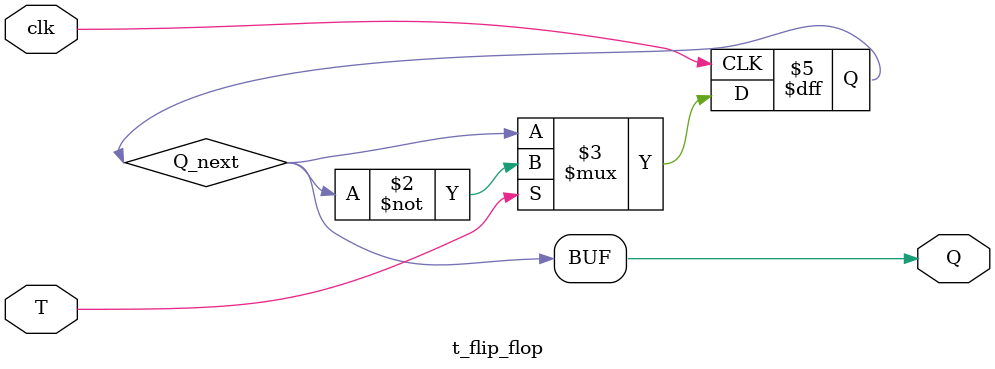
<source format=sv>
module t_flip_flop (
  input wire T, // T input
  input wire clk, // Clock input
  output wire Q // Output
);

  reg Q_next; // Next state of the Q output

  always @(posedge clk) begin
    if (T)
      Q_next <= ~Q_next; // Toggle Q if T is high
  end

  assign Q = Q_next;

endmodule

</source>
